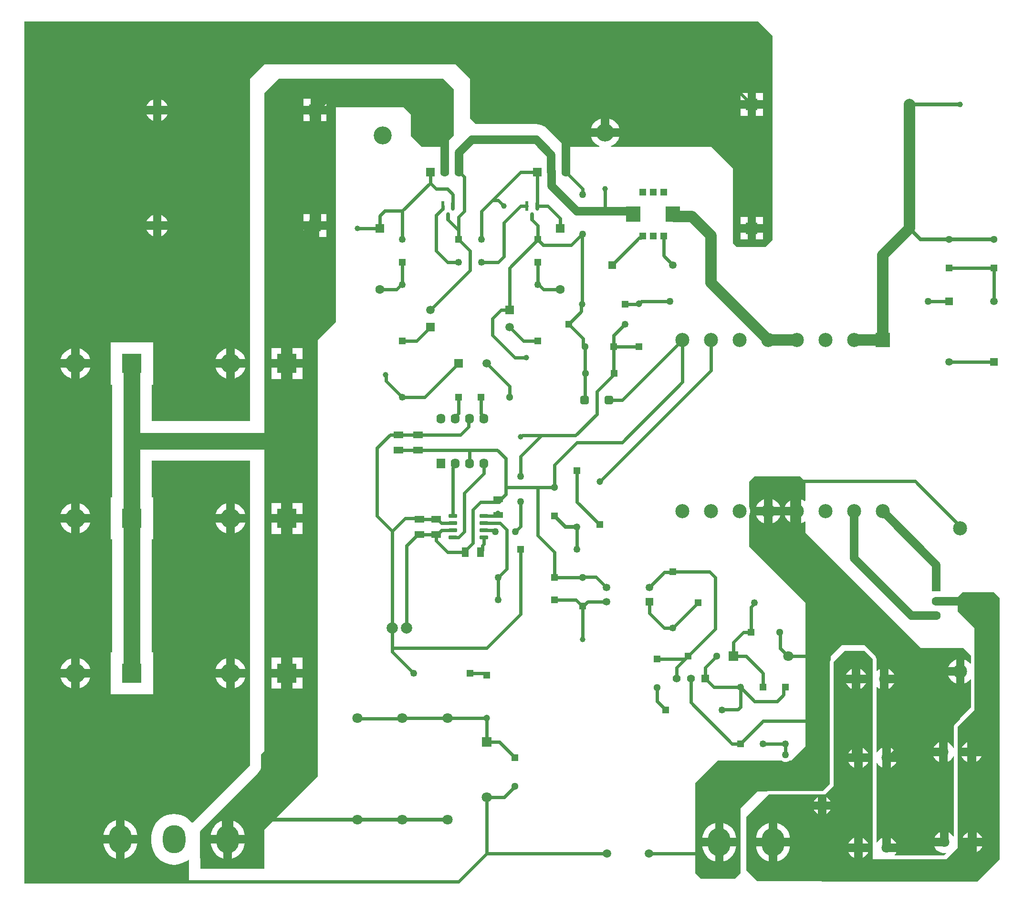
<source format=gbr>
G04*
G04 #@! TF.GenerationSoftware,Altium Limited,Altium Designer,23.6.0 (18)*
G04*
G04 Layer_Physical_Order=2*
G04 Layer_Color=16711680*
%FSLAX44Y44*%
%MOMM*%
G71*
G04*
G04 #@! TF.SameCoordinates,1F3C283D-9475-48EB-A570-AF6A427DC10D*
G04*
G04*
G04 #@! TF.FilePolarity,Positive*
G04*
G01*
G75*
%ADD21C,1.2500*%
%ADD22R,1.2500X1.2500*%
%ADD30R,1.6000X1.8000*%
%ADD31O,1.6000X1.8000*%
%ADD32R,1.2500X1.2500*%
%ADD33C,1.6000*%
%ADD34R,1.6000X1.6000*%
%ADD35R,1.3000X1.3000*%
%ADD36C,1.3000*%
%ADD41R,1.8000X1.8000*%
%ADD42C,1.8000*%
%ADD43R,1.3000X1.3000*%
%ADD44C,1.2000*%
%ADD45R,1.2000X1.2000*%
%ADD46R,1.3500X1.3500*%
%ADD47C,1.3500*%
%ADD48R,1.2000X1.2000*%
%ADD50R,1.8000X1.8000*%
%ADD52R,1.3500X1.3500*%
%ADD54C,0.6000*%
%ADD56C,2.5000*%
%ADD57R,1.6000X1.6000*%
%ADD58C,3.2000*%
G04:AMPARAMS|DCode=59|XSize=1.4mm|YSize=1.4mm|CornerRadius=0.049mm|HoleSize=0mm|Usage=FLASHONLY|Rotation=270.000|XOffset=0mm|YOffset=0mm|HoleType=Round|Shape=RoundedRectangle|*
%AMROUNDEDRECTD59*
21,1,1.4000,1.3020,0,0,270.0*
21,1,1.3020,1.4000,0,0,270.0*
1,1,0.0980,-0.6510,-0.6510*
1,1,0.0980,-0.6510,0.6510*
1,1,0.0980,0.6510,0.6510*
1,1,0.0980,0.6510,-0.6510*
%
%ADD59ROUNDEDRECTD59*%
%ADD60C,1.4000*%
%ADD61R,2.0000X2.0000*%
%ADD62C,2.0000*%
%ADD63C,3.5000*%
%ADD64R,3.5000X3.5000*%
%ADD65C,1.0000*%
%ADD66R,1.5000X1.5000*%
%ADD67C,1.5000*%
%ADD68R,1.5000X1.5000*%
%ADD69R,2.5000X2.5000*%
G04:AMPARAMS|DCode=70|XSize=1.524mm|YSize=1.524mm|CornerRadius=0.381mm|HoleSize=0mm|Usage=FLASHONLY|Rotation=0.000|XOffset=0mm|YOffset=0mm|HoleType=Round|Shape=RoundedRectangle|*
%AMROUNDEDRECTD70*
21,1,1.5240,0.7620,0,0,0.0*
21,1,0.7620,1.5240,0,0,0.0*
1,1,0.7620,0.3810,-0.3810*
1,1,0.7620,-0.3810,-0.3810*
1,1,0.7620,-0.3810,0.3810*
1,1,0.7620,0.3810,0.3810*
%
%ADD70ROUNDEDRECTD70*%
%ADD71O,4.0000X5.0000*%
%ADD72C,1.2700*%
G04:AMPARAMS|DCode=73|XSize=1.6587mm|YSize=0.6268mm|CornerRadius=0.3134mm|HoleSize=0mm|Usage=FLASHONLY|Rotation=270.000|XOffset=0mm|YOffset=0mm|HoleType=Round|Shape=RoundedRectangle|*
%AMROUNDEDRECTD73*
21,1,1.6587,0.0000,0,0,270.0*
21,1,1.0319,0.6268,0,0,270.0*
1,1,0.6268,0.0000,-0.5159*
1,1,0.6268,0.0000,0.5159*
1,1,0.6268,0.0000,0.5159*
1,1,0.6268,0.0000,-0.5159*
%
%ADD73ROUNDEDRECTD73*%
%ADD74R,0.6268X1.6587*%
%ADD75R,1.7000X1.0000*%
G04:AMPARAMS|DCode=76|XSize=0.6mm|YSize=1.45mm|CornerRadius=0.051mm|HoleSize=0mm|Usage=FLASHONLY|Rotation=90.000|XOffset=0mm|YOffset=0mm|HoleType=Round|Shape=RoundedRectangle|*
%AMROUNDEDRECTD76*
21,1,0.6000,1.3480,0,0,90.0*
21,1,0.4980,1.4500,0,0,90.0*
1,1,0.1020,0.6740,0.2490*
1,1,0.1020,0.6740,-0.2490*
1,1,0.1020,-0.6740,-0.2490*
1,1,0.1020,-0.6740,0.2490*
%
%ADD76ROUNDEDRECTD76*%
%ADD77R,1.7500X1.3000*%
%ADD78R,1.3000X1.7500*%
%ADD79R,1.2700X1.2800*%
%ADD80R,2.5500X2.8000*%
%ADD81C,0.7000*%
%ADD82C,2.0000*%
%ADD83C,1.5000*%
%ADD84C,3.0000*%
G36*
X1041400Y1676400D02*
X1041400Y1594761D01*
X1030894Y1584256D01*
X1028083Y1580964D01*
X1025822Y1577273D01*
X1024797Y1574800D01*
X984250D01*
X965200Y1593850D01*
Y1631950D01*
X952500Y1644650D01*
X831850D01*
Y1263650D01*
X800100Y1231900D01*
Y457200D01*
X704850Y361950D01*
Y293111D01*
X591597D01*
Y308513D01*
X591442Y310082D01*
X591349Y311657D01*
X591249Y312040D01*
X591211Y312434D01*
X590753Y313943D01*
X590550Y314720D01*
Y359170D01*
X591452Y359853D01*
X591715Y360149D01*
X592021Y360400D01*
X693661Y462039D01*
X696160Y465085D01*
X698017Y468559D01*
X699161Y472329D01*
X699547Y476250D01*
Y496347D01*
X704850Y501650D01*
Y1670050D01*
X730250Y1695450D01*
X1022350D01*
X1041400Y1676400D01*
D02*
G37*
G36*
X1606550Y1771650D02*
Y1409700D01*
X1593850Y1397000D01*
X1543050D01*
X1536700Y1403350D01*
Y1536700D01*
X1498600Y1574800D01*
X1320422D01*
X1320169Y1576070D01*
X1322316Y1576959D01*
X1326574Y1579805D01*
X1330195Y1583426D01*
X1333041Y1587684D01*
X1335001Y1592416D01*
X1335018Y1592500D01*
X1284982D01*
X1284999Y1592416D01*
X1286959Y1587684D01*
X1289805Y1583426D01*
X1293426Y1579805D01*
X1297684Y1576959D01*
X1299831Y1576070D01*
X1299578Y1574800D01*
X1238250D01*
X1237449Y1575601D01*
X1236767Y1576714D01*
X1233956Y1580006D01*
X1206956Y1607006D01*
X1203664Y1609817D01*
X1199973Y1612078D01*
X1195974Y1613735D01*
X1191765Y1614745D01*
X1187450Y1615085D01*
X1187450Y1615085D01*
X1079915D01*
X1070000Y1625000D01*
Y1695000D01*
X1045000Y1720850D01*
X705000D01*
X680000Y1695850D01*
X679450Y1695000D01*
Y1087608D01*
X505108D01*
Y1152500D01*
X507500D01*
Y1227500D01*
X432500D01*
Y1152500D01*
X434892D01*
Y1052500D01*
Y952500D01*
X432500D01*
Y877500D01*
X434892D01*
Y677500D01*
X432500D01*
Y602500D01*
X507500D01*
Y677500D01*
X505108D01*
Y877500D01*
X507500D01*
Y952500D01*
X505108D01*
Y1017392D01*
X679450D01*
Y476250D01*
X577811Y374611D01*
X576541Y374660D01*
X573372Y378372D01*
X568584Y382461D01*
X563216Y385751D01*
X557399Y388160D01*
X551277Y389630D01*
X545000Y390124D01*
X538723Y389630D01*
X532601Y388160D01*
X526784Y385751D01*
X521416Y382461D01*
X516628Y378372D01*
X512539Y373584D01*
X509249Y368216D01*
X506840Y362399D01*
X505370Y356277D01*
X504876Y350000D01*
Y340000D01*
X505370Y333723D01*
X506840Y327601D01*
X509249Y321784D01*
X512539Y316416D01*
X516628Y311628D01*
X521416Y307539D01*
X526784Y304249D01*
X532601Y301840D01*
X538723Y300370D01*
X545000Y299876D01*
X551277Y300370D01*
X557399Y301840D01*
X563216Y304249D01*
X568584Y307539D01*
X570347Y309045D01*
X571500Y308513D01*
Y266700D01*
X279400D01*
X279400Y1797050D01*
X1581150D01*
X1606550Y1771650D01*
D02*
G37*
G36*
X1655200Y990000D02*
X1665000Y980200D01*
Y946132D01*
X1663730Y945453D01*
X1660758Y947439D01*
X1657600Y948747D01*
Y927500D01*
Y906253D01*
X1660758Y907561D01*
X1663730Y909547D01*
X1665000Y908868D01*
Y890000D01*
X1745000Y810000D01*
X1870000Y685000D01*
X1945000D01*
X1958882Y671117D01*
Y657427D01*
X1957667Y657058D01*
X1957477Y657343D01*
X1954343Y660477D01*
X1950658Y662939D01*
X1947500Y664247D01*
Y643000D01*
Y621753D01*
X1950658Y623061D01*
X1954343Y625523D01*
X1957477Y628657D01*
X1957667Y628942D01*
X1958882Y628573D01*
Y578882D01*
X1940000Y560000D01*
Y558652D01*
X1930674Y549326D01*
X1929348Y547341D01*
X1928882Y545000D01*
Y507382D01*
X1927612Y507129D01*
X1926838Y509000D01*
X1924758Y512112D01*
X1922112Y514758D01*
X1919000Y516838D01*
X1917500Y517459D01*
Y500000D01*
Y482541D01*
X1919000Y483162D01*
X1922112Y485242D01*
X1924758Y487888D01*
X1926838Y491000D01*
X1927612Y492871D01*
X1928882Y492618D01*
Y350418D01*
X1927612Y350033D01*
X1926244Y352081D01*
X1923597Y354728D01*
X1920485Y356807D01*
X1918985Y357428D01*
Y339970D01*
X1911486D01*
Y332470D01*
X1894027D01*
X1894648Y330970D01*
X1896727Y327858D01*
X1899374Y325211D01*
X1902486Y323132D01*
X1905943Y321700D01*
X1909614Y320970D01*
X1913357D01*
X1914473Y321192D01*
X1915072Y320072D01*
X1911118Y316117D01*
X1823722D01*
X1823236Y317291D01*
X1823803Y317858D01*
X1825882Y320970D01*
X1826503Y322470D01*
X1809044D01*
Y329970D01*
X1801544D01*
Y347428D01*
X1800045Y346807D01*
X1796933Y344728D01*
X1794286Y342081D01*
X1792388Y339240D01*
X1791118Y339507D01*
Y480463D01*
X1792388Y480730D01*
X1794286Y477888D01*
X1796933Y475242D01*
X1800045Y473162D01*
X1801545Y472541D01*
Y490000D01*
Y507459D01*
X1800045Y506838D01*
X1796933Y504758D01*
X1794286Y502112D01*
X1792388Y499270D01*
X1791118Y499537D01*
Y615353D01*
X1792291Y615839D01*
X1792888Y615242D01*
X1796000Y613162D01*
X1797500Y612541D01*
Y630000D01*
Y647459D01*
X1796000Y646838D01*
X1792888Y644758D01*
X1792291Y644161D01*
X1791118Y644647D01*
Y665000D01*
X1790652Y667341D01*
X1790000Y668317D01*
Y670000D01*
X1770000Y690000D01*
X1730000Y690000D01*
X1710000Y670000D01*
Y663317D01*
X1709348Y662341D01*
X1708882Y660000D01*
Y443882D01*
X1696118Y431118D01*
X1600000D01*
X1597659Y430652D01*
X1596683Y430000D01*
X1580000D01*
X1550000Y400000D01*
Y285000D01*
X1540000Y275000D01*
X1480000D01*
X1470000Y285000D01*
X1470000Y445000D01*
X1510000Y485000D01*
X1622621D01*
X1625233Y483492D01*
X1628374Y482650D01*
X1631626D01*
X1634767Y483492D01*
X1637379Y485000D01*
X1640000D01*
X1665000Y510000D01*
Y765000D01*
X1655000Y775000D01*
X1565000Y865000D01*
Y918992D01*
X1566289Y922104D01*
X1567000Y925678D01*
Y929322D01*
X1566289Y932896D01*
X1565000Y936008D01*
Y980000D01*
X1575000Y990000D01*
X1655200Y990000D01*
D02*
G37*
G36*
X2010000Y774000D02*
Y310000D01*
X1985000Y285000D01*
X1970000Y270000D01*
X1785000D01*
X1605000Y271000D01*
X1579000D01*
X1560000Y290000D01*
Y385000D01*
X1600000Y425000D01*
X1700000D01*
X1715000Y440000D01*
Y660000D01*
X1735000Y680000D01*
X1770000D01*
X1785000Y665000D01*
Y310000D01*
X1915000D01*
X1935000Y330000D01*
Y545000D01*
X1965000Y575000D01*
Y720000D01*
X1935000Y750000D01*
Y775000D01*
X1944000Y784000D01*
X2000000D01*
X2010000Y774000D01*
D02*
G37*
%LPC*%
G36*
X815000Y1660000D02*
X802500D01*
Y1647500D01*
X815000D01*
Y1660000D01*
D02*
G37*
G36*
X787500D02*
X775000D01*
Y1647500D01*
X787500D01*
Y1660000D01*
D02*
G37*
G36*
X815000Y1632500D02*
X802500D01*
Y1620000D01*
X815000D01*
Y1632500D01*
D02*
G37*
G36*
X787500D02*
X775000D01*
Y1620000D01*
X787500D01*
Y1632500D01*
D02*
G37*
G36*
X815000Y1455000D02*
X802500D01*
Y1442500D01*
X815000D01*
Y1455000D01*
D02*
G37*
G36*
X787500D02*
X775000D01*
Y1442500D01*
X787500D01*
Y1455000D01*
D02*
G37*
G36*
X815000Y1427500D02*
X802500D01*
Y1415000D01*
X815000D01*
Y1427500D01*
D02*
G37*
G36*
X787500D02*
X775000D01*
Y1415000D01*
X787500D01*
Y1427500D01*
D02*
G37*
G36*
X772500Y1217500D02*
X752500D01*
Y1197500D01*
X772500D01*
Y1217500D01*
D02*
G37*
G36*
X737500D02*
X717500D01*
Y1197500D01*
X737500D01*
Y1217500D01*
D02*
G37*
G36*
X772500Y1182500D02*
X752500D01*
Y1162500D01*
X772500D01*
Y1182500D01*
D02*
G37*
G36*
X737500D02*
X717500D01*
Y1162500D01*
X737500D01*
Y1182500D01*
D02*
G37*
G36*
X772500Y942500D02*
X752500D01*
Y922500D01*
X772500D01*
Y942500D01*
D02*
G37*
G36*
X737500D02*
X717500D01*
Y922500D01*
X737500D01*
Y942500D01*
D02*
G37*
G36*
X772500Y907500D02*
X752500D01*
Y887500D01*
X772500D01*
Y907500D01*
D02*
G37*
G36*
X737500D02*
X717500D01*
Y887500D01*
X737500D01*
Y907500D01*
D02*
G37*
G36*
X772500Y667500D02*
X752500D01*
Y647500D01*
X772500D01*
Y667500D01*
D02*
G37*
G36*
X737500D02*
X717500D01*
Y647500D01*
X737500D01*
Y667500D01*
D02*
G37*
G36*
X772500Y632500D02*
X752500D01*
Y612500D01*
X772500D01*
Y632500D01*
D02*
G37*
G36*
X737500D02*
X717500D01*
Y612500D01*
X737500D01*
Y632500D01*
D02*
G37*
G36*
X647755Y379052D02*
Y352500D01*
X670151D01*
X669977Y354707D01*
X668875Y359299D01*
X667068Y363662D01*
X664601Y367688D01*
X661534Y371279D01*
X657943Y374346D01*
X653917Y376813D01*
X649554Y378620D01*
X647755Y379052D01*
D02*
G37*
G36*
X632755D02*
X630956Y378620D01*
X626593Y376813D01*
X622567Y374346D01*
X618976Y371279D01*
X615910Y367688D01*
X613442Y363662D01*
X611635Y359299D01*
X610533Y354707D01*
X610359Y352500D01*
X632755D01*
Y379052D01*
D02*
G37*
G36*
X670151Y337500D02*
X647755D01*
Y310948D01*
X649554Y311380D01*
X653917Y313187D01*
X657943Y315654D01*
X661534Y318721D01*
X664601Y322312D01*
X667068Y326338D01*
X668875Y330701D01*
X669977Y335292D01*
X670151Y337500D01*
D02*
G37*
G36*
X632755D02*
X610359D01*
X610533Y335292D01*
X611635Y330701D01*
X613442Y326338D01*
X615910Y322312D01*
X618976Y318721D01*
X622567Y315654D01*
X626593Y313187D01*
X630956Y311380D01*
X632755Y310948D01*
Y337500D01*
D02*
G37*
G36*
X1590000Y1670000D02*
X1577500D01*
Y1657500D01*
X1590000D01*
Y1670000D01*
D02*
G37*
G36*
X1562500D02*
X1550000D01*
Y1657500D01*
X1562500D01*
Y1670000D01*
D02*
G37*
G36*
X522500Y1658541D02*
Y1647500D01*
X533541D01*
X532724Y1649474D01*
X530535Y1652749D01*
X527749Y1655535D01*
X524474Y1657724D01*
X522500Y1658541D01*
D02*
G37*
G36*
X507500Y1658541D02*
X505526Y1657724D01*
X502251Y1655535D01*
X499465Y1652749D01*
X497276Y1649474D01*
X496459Y1647500D01*
X507500D01*
Y1658541D01*
D02*
G37*
G36*
X1590000Y1642500D02*
X1577500D01*
Y1630000D01*
X1590000D01*
Y1642500D01*
D02*
G37*
G36*
X1562500D02*
X1550000D01*
Y1630000D01*
X1562500D01*
Y1642500D01*
D02*
G37*
G36*
X533541Y1632500D02*
X522500D01*
Y1621459D01*
X524474Y1622276D01*
X527749Y1624465D01*
X530535Y1627251D01*
X532724Y1630526D01*
X533541Y1632500D01*
D02*
G37*
G36*
X507500D02*
X496459D01*
X497276Y1630526D01*
X499465Y1627251D01*
X502251Y1624465D01*
X505526Y1622276D01*
X507500Y1621459D01*
Y1632500D01*
D02*
G37*
G36*
X1317500Y1625018D02*
Y1607500D01*
X1335018D01*
X1335001Y1607584D01*
X1333041Y1612316D01*
X1330195Y1616574D01*
X1326574Y1620195D01*
X1322316Y1623041D01*
X1317584Y1625001D01*
X1317500Y1625018D01*
D02*
G37*
G36*
X1302500D02*
X1302416Y1625001D01*
X1297684Y1623041D01*
X1293426Y1620195D01*
X1289805Y1616574D01*
X1286959Y1612316D01*
X1284999Y1607584D01*
X1284982Y1607500D01*
X1302500D01*
Y1625018D01*
D02*
G37*
G36*
X522500Y1453541D02*
Y1442500D01*
X533541D01*
X532724Y1444474D01*
X530535Y1447749D01*
X527749Y1450535D01*
X524474Y1452724D01*
X522500Y1453541D01*
D02*
G37*
G36*
X507500Y1453541D02*
X505526Y1452724D01*
X502251Y1450535D01*
X499465Y1447749D01*
X497276Y1444474D01*
X496459Y1442500D01*
X507500D01*
Y1453541D01*
D02*
G37*
G36*
X1590000Y1450000D02*
X1577500D01*
Y1437500D01*
X1590000D01*
Y1450000D01*
D02*
G37*
G36*
X1562500D02*
X1550000D01*
Y1437500D01*
X1562500D01*
Y1450000D01*
D02*
G37*
G36*
X533541Y1427500D02*
X522500D01*
Y1416459D01*
X524474Y1417276D01*
X527749Y1419465D01*
X530535Y1422251D01*
X532724Y1425526D01*
X533541Y1427500D01*
D02*
G37*
G36*
X507500D02*
X496459D01*
X497276Y1425526D01*
X499465Y1422251D01*
X502251Y1419465D01*
X505526Y1417276D01*
X507500Y1416459D01*
Y1427500D01*
D02*
G37*
G36*
X1590000Y1422500D02*
X1577500D01*
Y1410000D01*
X1590000D01*
Y1422500D01*
D02*
G37*
G36*
X1562500D02*
X1550000D01*
Y1410000D01*
X1562500D01*
Y1422500D01*
D02*
G37*
G36*
X377500Y1216478D02*
Y1197500D01*
X396478D01*
X395485Y1200556D01*
X393520Y1204413D01*
X390976Y1207915D01*
X387915Y1210976D01*
X384413Y1213520D01*
X380556Y1215485D01*
X377500Y1216478D01*
D02*
G37*
G36*
X652500D02*
Y1197500D01*
X671478D01*
X670485Y1200556D01*
X668520Y1204413D01*
X665976Y1207915D01*
X662915Y1210976D01*
X659413Y1213520D01*
X655556Y1215485D01*
X652500Y1216478D01*
D02*
G37*
G36*
X637500Y1216478D02*
X634444Y1215485D01*
X630587Y1213520D01*
X627085Y1210976D01*
X624024Y1207915D01*
X621480Y1204413D01*
X619515Y1200556D01*
X618522Y1197500D01*
X637500D01*
Y1216478D01*
D02*
G37*
G36*
X362500D02*
X359444Y1215485D01*
X355587Y1213520D01*
X352085Y1210976D01*
X349024Y1207915D01*
X346480Y1204413D01*
X344515Y1200556D01*
X343522Y1197500D01*
X362500D01*
Y1216478D01*
D02*
G37*
G36*
X637500Y1182500D02*
X618522D01*
X619515Y1179444D01*
X621480Y1175587D01*
X624024Y1172085D01*
X627085Y1169024D01*
X630587Y1166480D01*
X634444Y1164515D01*
X637500Y1163522D01*
Y1182500D01*
D02*
G37*
G36*
X396478D02*
X377500D01*
Y1163522D01*
X380556Y1164515D01*
X384413Y1166480D01*
X387915Y1169024D01*
X390976Y1172085D01*
X393520Y1175587D01*
X395485Y1179444D01*
X396478Y1182500D01*
D02*
G37*
G36*
X362500D02*
X343522D01*
X344515Y1179444D01*
X346480Y1175587D01*
X349024Y1172085D01*
X352085Y1169024D01*
X355587Y1166480D01*
X359444Y1164515D01*
X362500Y1163522D01*
Y1182500D01*
D02*
G37*
G36*
X671478D02*
X652500D01*
Y1163522D01*
X655556Y1164515D01*
X659413Y1166480D01*
X662915Y1169024D01*
X665976Y1172085D01*
X668520Y1175587D01*
X670485Y1179444D01*
X671478Y1182500D01*
D02*
G37*
G36*
X377500Y941478D02*
Y922500D01*
X396478D01*
X395485Y925556D01*
X393520Y929413D01*
X390976Y932915D01*
X387915Y935976D01*
X384413Y938520D01*
X380556Y940485D01*
X377500Y941478D01*
D02*
G37*
G36*
X652500D02*
Y922500D01*
X671478D01*
X670485Y925556D01*
X668520Y929413D01*
X665976Y932915D01*
X662915Y935976D01*
X659413Y938520D01*
X655556Y940485D01*
X652500Y941478D01*
D02*
G37*
G36*
X637500Y941478D02*
X634444Y940485D01*
X630587Y938520D01*
X627085Y935976D01*
X624024Y932915D01*
X621480Y929413D01*
X619515Y925556D01*
X618522Y922500D01*
X637500D01*
Y941478D01*
D02*
G37*
G36*
X362500D02*
X359444Y940485D01*
X355587Y938520D01*
X352085Y935976D01*
X349024Y932915D01*
X346480Y929413D01*
X344515Y925556D01*
X343522Y922500D01*
X362500D01*
Y941478D01*
D02*
G37*
G36*
X637500Y907500D02*
X618522D01*
X619515Y904444D01*
X621480Y900587D01*
X624024Y897085D01*
X627085Y894024D01*
X630587Y891480D01*
X634444Y889515D01*
X637500Y888522D01*
Y907500D01*
D02*
G37*
G36*
X396478D02*
X377500D01*
Y888522D01*
X380556Y889515D01*
X384413Y891480D01*
X387915Y894024D01*
X390976Y897085D01*
X393520Y900587D01*
X395485Y904444D01*
X396478Y907500D01*
D02*
G37*
G36*
X362500D02*
X343522D01*
X344515Y904444D01*
X346480Y900587D01*
X349024Y897085D01*
X352085Y894024D01*
X355587Y891480D01*
X359444Y889515D01*
X362500Y888522D01*
Y907500D01*
D02*
G37*
G36*
X671478D02*
X652500D01*
Y888522D01*
X655556Y889515D01*
X659413Y891480D01*
X662915Y894024D01*
X665976Y897085D01*
X668520Y900587D01*
X670485Y904444D01*
X671478Y907500D01*
D02*
G37*
G36*
X377500Y666478D02*
Y647500D01*
X396478D01*
X395485Y650556D01*
X393520Y654413D01*
X390976Y657915D01*
X387915Y660976D01*
X384413Y663520D01*
X380556Y665485D01*
X377500Y666478D01*
D02*
G37*
G36*
X652500D02*
Y647500D01*
X671478D01*
X670485Y650556D01*
X668520Y654413D01*
X665976Y657915D01*
X662915Y660976D01*
X659413Y663520D01*
X655556Y665485D01*
X652500Y666478D01*
D02*
G37*
G36*
X637500Y666478D02*
X634444Y665485D01*
X630587Y663520D01*
X627085Y660976D01*
X624024Y657915D01*
X621480Y654413D01*
X619515Y650556D01*
X618522Y647500D01*
X637500D01*
Y666478D01*
D02*
G37*
G36*
X362500D02*
X359444Y665485D01*
X355587Y663520D01*
X352085Y660976D01*
X349024Y657915D01*
X346480Y654413D01*
X344515Y650556D01*
X343522Y647500D01*
X362500D01*
Y666478D01*
D02*
G37*
G36*
X637500Y632500D02*
X618522D01*
X619515Y629444D01*
X621480Y625587D01*
X624024Y622085D01*
X627085Y619024D01*
X630587Y616480D01*
X634444Y614515D01*
X637500Y613522D01*
Y632500D01*
D02*
G37*
G36*
X396478D02*
X377500D01*
Y613522D01*
X380556Y614515D01*
X384413Y616480D01*
X387915Y619024D01*
X390976Y622085D01*
X393520Y625587D01*
X395485Y629444D01*
X396478Y632500D01*
D02*
G37*
G36*
X362500D02*
X343522D01*
X344515Y629444D01*
X346480Y625587D01*
X349024Y622085D01*
X352085Y619024D01*
X355587Y616480D01*
X359444Y614515D01*
X362500Y613522D01*
Y632500D01*
D02*
G37*
G36*
X671478D02*
X652500D01*
Y613522D01*
X655556Y614515D01*
X659413Y616480D01*
X662915Y619024D01*
X665976Y622085D01*
X668520Y625587D01*
X670485Y629444D01*
X671478Y632500D01*
D02*
G37*
G36*
X457250Y379052D02*
Y352500D01*
X479646D01*
X479472Y354707D01*
X478370Y359299D01*
X476563Y363662D01*
X474095Y367688D01*
X471029Y371279D01*
X467438Y374346D01*
X463412Y376813D01*
X459049Y378620D01*
X457250Y379052D01*
D02*
G37*
G36*
X442250Y379052D02*
X440451Y378620D01*
X436088Y376813D01*
X432062Y374346D01*
X428471Y371279D01*
X425405Y367688D01*
X422937Y363662D01*
X421130Y359299D01*
X420028Y354707D01*
X419854Y352500D01*
X442250D01*
Y379052D01*
D02*
G37*
G36*
Y337500D02*
X419854D01*
X420028Y335292D01*
X421130Y330701D01*
X422937Y326338D01*
X425405Y322312D01*
X428471Y318721D01*
X432062Y315654D01*
X436088Y313187D01*
X440451Y311380D01*
X442250Y310948D01*
Y337500D01*
D02*
G37*
G36*
X479646D02*
X457250D01*
Y310948D01*
X459049Y311380D01*
X463412Y313187D01*
X467438Y315654D01*
X471029Y318721D01*
X474095Y322312D01*
X476563Y326338D01*
X478370Y330701D01*
X479472Y335292D01*
X479646Y337500D01*
D02*
G37*
G36*
X1606800Y948747D02*
Y935000D01*
X1620547D01*
X1619239Y938158D01*
X1616777Y941843D01*
X1613643Y944977D01*
X1609958Y947439D01*
X1606800Y948747D01*
D02*
G37*
G36*
X1591800Y948747D02*
X1588642Y947439D01*
X1584957Y944977D01*
X1581823Y941843D01*
X1579361Y938158D01*
X1578053Y935000D01*
X1591800D01*
Y948747D01*
D02*
G37*
G36*
X1642600D02*
X1639442Y947439D01*
X1635757Y944977D01*
X1632623Y941843D01*
X1630161Y938158D01*
X1628853Y935000D01*
X1642600D01*
Y948747D01*
D02*
G37*
G36*
X1620547Y920000D02*
X1606800D01*
Y906253D01*
X1609958Y907561D01*
X1613643Y910023D01*
X1616777Y913157D01*
X1619239Y916842D01*
X1620547Y920000D01*
D02*
G37*
G36*
X1642600D02*
X1628853D01*
X1630161Y916842D01*
X1632623Y913157D01*
X1635757Y910023D01*
X1639442Y907561D01*
X1642600Y906253D01*
Y920000D01*
D02*
G37*
G36*
X1591800D02*
X1578053D01*
X1579361Y916842D01*
X1581823Y913157D01*
X1584957Y910023D01*
X1588642Y907561D01*
X1591800Y906253D01*
Y920000D01*
D02*
G37*
G36*
X1932500Y664247D02*
X1929342Y662939D01*
X1925657Y660477D01*
X1922523Y657343D01*
X1920061Y653658D01*
X1918753Y650500D01*
X1932500D01*
Y664247D01*
D02*
G37*
G36*
X1812500Y647459D02*
Y637500D01*
X1822459D01*
X1821838Y639000D01*
X1819758Y642112D01*
X1817112Y644758D01*
X1814000Y646838D01*
X1812500Y647459D01*
D02*
G37*
G36*
X1932500Y635500D02*
X1918753D01*
X1920061Y632342D01*
X1922523Y628657D01*
X1925657Y625523D01*
X1929342Y623061D01*
X1932500Y621753D01*
Y635500D01*
D02*
G37*
G36*
X1822459Y622500D02*
X1812500D01*
Y612541D01*
X1814000Y613162D01*
X1817112Y615242D01*
X1819758Y617888D01*
X1821838Y621000D01*
X1822459Y622500D01*
D02*
G37*
G36*
X1902500Y517459D02*
X1901000Y516838D01*
X1897888Y514758D01*
X1895242Y512112D01*
X1893163Y509000D01*
X1892541Y507500D01*
X1902500D01*
Y517459D01*
D02*
G37*
G36*
X1816545Y507459D02*
Y497500D01*
X1826503D01*
X1825882Y499000D01*
X1823803Y502112D01*
X1821156Y504758D01*
X1818044Y506838D01*
X1816545Y507459D01*
D02*
G37*
G36*
X1902500Y492500D02*
X1892541D01*
X1893163Y491000D01*
X1895242Y487888D01*
X1897888Y485242D01*
X1901000Y483162D01*
X1902500Y482541D01*
Y492500D01*
D02*
G37*
G36*
X1826503Y482500D02*
X1816545D01*
Y472541D01*
X1818044Y473162D01*
X1821156Y475242D01*
X1823803Y477888D01*
X1825882Y481000D01*
X1826503Y482500D01*
D02*
G37*
G36*
X1519875Y374052D02*
Y347500D01*
X1542271D01*
X1542097Y349708D01*
X1540995Y354299D01*
X1539188Y358662D01*
X1536720Y362688D01*
X1533654Y366279D01*
X1530063Y369346D01*
X1526037Y371813D01*
X1521674Y373620D01*
X1519875Y374052D01*
D02*
G37*
G36*
X1504875Y374052D02*
X1503076Y373620D01*
X1498713Y371813D01*
X1494687Y369346D01*
X1491096Y366279D01*
X1488029Y362688D01*
X1485562Y358662D01*
X1483755Y354299D01*
X1482653Y349708D01*
X1482479Y347500D01*
X1504875D01*
Y374052D01*
D02*
G37*
G36*
X1903986Y357428D02*
X1902486Y356807D01*
X1899374Y354728D01*
X1896727Y352081D01*
X1894648Y348969D01*
X1894027Y347470D01*
X1903986D01*
Y357428D01*
D02*
G37*
G36*
X1816544Y347428D02*
Y337470D01*
X1826503D01*
X1825882Y338969D01*
X1823803Y342081D01*
X1821156Y344728D01*
X1818044Y346807D01*
X1816544Y347428D01*
D02*
G37*
G36*
X1542271Y332500D02*
X1519875D01*
Y305948D01*
X1521674Y306380D01*
X1526037Y308187D01*
X1530063Y310654D01*
X1533654Y313721D01*
X1536720Y317312D01*
X1539188Y321338D01*
X1540995Y325701D01*
X1542097Y330293D01*
X1542271Y332500D01*
D02*
G37*
G36*
X1504875D02*
X1482479D01*
X1482653Y330293D01*
X1483755Y325701D01*
X1485562Y321338D01*
X1488029Y317312D01*
X1491096Y313721D01*
X1494687Y310654D01*
X1498713Y308187D01*
X1503076Y306380D01*
X1504875Y305948D01*
Y332500D01*
D02*
G37*
G36*
X1762500Y647459D02*
Y637500D01*
X1772459D01*
X1771838Y639000D01*
X1769758Y642112D01*
X1767112Y644758D01*
X1764000Y646838D01*
X1762500Y647459D01*
D02*
G37*
G36*
X1747500D02*
X1746000Y646838D01*
X1742888Y644758D01*
X1740242Y642112D01*
X1738162Y639000D01*
X1737541Y637500D01*
X1747500D01*
Y647459D01*
D02*
G37*
G36*
X1772459Y622500D02*
X1762500D01*
Y612541D01*
X1764000Y613162D01*
X1767112Y615242D01*
X1769758Y617888D01*
X1771838Y621000D01*
X1772459Y622500D01*
D02*
G37*
G36*
X1747500D02*
X1737541D01*
X1738162Y621000D01*
X1740242Y617888D01*
X1742888Y615242D01*
X1746000Y613162D01*
X1747500Y612541D01*
Y622500D01*
D02*
G37*
G36*
X1967500Y517459D02*
Y507500D01*
X1977459D01*
X1976838Y509000D01*
X1974758Y512112D01*
X1972112Y514758D01*
X1969000Y516838D01*
X1967500Y517459D01*
D02*
G37*
G36*
X1952500Y517459D02*
X1951000Y516838D01*
X1947888Y514758D01*
X1945242Y512112D01*
X1943163Y509000D01*
X1942541Y507500D01*
X1952500D01*
Y517459D01*
D02*
G37*
G36*
X1766545Y507459D02*
Y497500D01*
X1776503D01*
X1775882Y499000D01*
X1773803Y502112D01*
X1771156Y504758D01*
X1768044Y506838D01*
X1766545Y507459D01*
D02*
G37*
G36*
X1751545D02*
X1750045Y506838D01*
X1746933Y504758D01*
X1744286Y502112D01*
X1742207Y499000D01*
X1741586Y497500D01*
X1751545D01*
Y507459D01*
D02*
G37*
G36*
X1952500Y492500D02*
X1942541D01*
X1943163Y491000D01*
X1945242Y487888D01*
X1947888Y485242D01*
X1951000Y483162D01*
X1952500Y482541D01*
Y492500D01*
D02*
G37*
G36*
X1977459D02*
X1967500D01*
Y482541D01*
X1969000Y483162D01*
X1972112Y485242D01*
X1974758Y487888D01*
X1976838Y491000D01*
X1977459Y492500D01*
D02*
G37*
G36*
X1776503Y482500D02*
X1766545D01*
Y472541D01*
X1768044Y473162D01*
X1771156Y475242D01*
X1773803Y477888D01*
X1775882Y481000D01*
X1776503Y482500D01*
D02*
G37*
G36*
X1751545D02*
X1741586D01*
X1742207Y481000D01*
X1744286Y477888D01*
X1746933Y475242D01*
X1750045Y473162D01*
X1751545Y472541D01*
Y482500D01*
D02*
G37*
G36*
X1702500Y419591D02*
Y412500D01*
X1709590D01*
X1709489Y412745D01*
X1707700Y415423D01*
X1705423Y417700D01*
X1702745Y419489D01*
X1702500Y419591D01*
D02*
G37*
G36*
X1687500D02*
X1687255Y419489D01*
X1684577Y417700D01*
X1682300Y415423D01*
X1680511Y412745D01*
X1680409Y412500D01*
X1687500D01*
Y419591D01*
D02*
G37*
G36*
X1709590Y397500D02*
X1702500D01*
Y390410D01*
X1702745Y390511D01*
X1705423Y392300D01*
X1707700Y394577D01*
X1709489Y397255D01*
X1709590Y397500D01*
D02*
G37*
G36*
X1687500D02*
X1680409D01*
X1680511Y397255D01*
X1682300Y394577D01*
X1684577Y392300D01*
X1687255Y390511D01*
X1687500Y390410D01*
Y397500D01*
D02*
G37*
G36*
X1615125Y374052D02*
Y347500D01*
X1637521D01*
X1637347Y349708D01*
X1636245Y354299D01*
X1634438Y358662D01*
X1631971Y362688D01*
X1628904Y366279D01*
X1625313Y369346D01*
X1621287Y371813D01*
X1616924Y373620D01*
X1615125Y374052D01*
D02*
G37*
G36*
X1600125D02*
X1598326Y373620D01*
X1593963Y371813D01*
X1589937Y369346D01*
X1586346Y366279D01*
X1583280Y362688D01*
X1580812Y358662D01*
X1579005Y354299D01*
X1577903Y349708D01*
X1577729Y347500D01*
X1600125D01*
Y374052D01*
D02*
G37*
G36*
X1968985Y357428D02*
Y347470D01*
X1978944D01*
X1978323Y348969D01*
X1976244Y352081D01*
X1973597Y354728D01*
X1970485Y356807D01*
X1968985Y357428D01*
D02*
G37*
G36*
X1953986Y357428D02*
X1952486Y356807D01*
X1949374Y354728D01*
X1946727Y352081D01*
X1944648Y348969D01*
X1944027Y347470D01*
X1953986D01*
Y357428D01*
D02*
G37*
G36*
X1766544Y347428D02*
Y337470D01*
X1776503D01*
X1775882Y338969D01*
X1773803Y342081D01*
X1771156Y344728D01*
X1768044Y346807D01*
X1766544Y347428D01*
D02*
G37*
G36*
X1751544D02*
X1750045Y346807D01*
X1746933Y344728D01*
X1744286Y342081D01*
X1742207Y338969D01*
X1741586Y337470D01*
X1751544D01*
Y347428D01*
D02*
G37*
G36*
X1978944Y332470D02*
X1968985D01*
Y322511D01*
X1970485Y323132D01*
X1973597Y325211D01*
X1976244Y327858D01*
X1978323Y330970D01*
X1978944Y332470D01*
D02*
G37*
G36*
X1953986D02*
X1944027D01*
X1944648Y330970D01*
X1946727Y327858D01*
X1949374Y325211D01*
X1952486Y323132D01*
X1953986Y322511D01*
Y332470D01*
D02*
G37*
G36*
X1776503Y322470D02*
X1766544D01*
Y312511D01*
X1768044Y313132D01*
X1771156Y315211D01*
X1773803Y317858D01*
X1775882Y320970D01*
X1776503Y322470D01*
D02*
G37*
G36*
X1751544D02*
X1741586D01*
X1742207Y320970D01*
X1744286Y317858D01*
X1746933Y315211D01*
X1750045Y313132D01*
X1751544Y312511D01*
Y322470D01*
D02*
G37*
G36*
X1637521Y332500D02*
X1615125D01*
Y305948D01*
X1616924Y306380D01*
X1621287Y308187D01*
X1625313Y310654D01*
X1628904Y313721D01*
X1631971Y317312D01*
X1634438Y321338D01*
X1636245Y325701D01*
X1637347Y330293D01*
X1637521Y332500D01*
D02*
G37*
G36*
X1600125D02*
X1577729D01*
X1577903Y330293D01*
X1579005Y325701D01*
X1580812Y321338D01*
X1583280Y317312D01*
X1586346Y313721D01*
X1589937Y310654D01*
X1593963Y308187D01*
X1598326Y306380D01*
X1600125Y305948D01*
Y332500D01*
D02*
G37*
%LPD*%
D21*
X1550000Y615000D02*
D03*
X1517500Y575000D02*
D03*
X950000Y1330000D02*
D03*
X1050000Y1370000D02*
D03*
X1430000Y720000D02*
D03*
X970000Y640000D02*
D03*
X1120000Y810000D02*
D03*
Y770000D02*
D03*
X1260000Y860000D02*
D03*
X1345000Y1260000D02*
D03*
X1190000Y1330000D02*
D03*
X1090000Y1410000D02*
D03*
Y1370000D02*
D03*
X1260000Y900000D02*
D03*
X950000Y1130000D02*
D03*
X1590000Y515000D02*
D03*
X1630000Y515000D02*
D03*
X1575000Y765000D02*
D03*
X950000Y1410000D02*
D03*
D22*
X1550000Y515000D02*
D03*
X950000Y1230000D02*
D03*
X1430000Y820000D02*
D03*
X1190000Y1230000D02*
D03*
X1260000Y1000000D02*
D03*
X1590000Y615000D02*
D03*
X1630000Y615000D02*
D03*
D30*
X1018600Y1012600D02*
D03*
D31*
X1044000D02*
D03*
X1069400D02*
D03*
X1094800D02*
D03*
Y1092000D02*
D03*
X1069400D02*
D03*
X1044000D02*
D03*
X1018600D02*
D03*
D32*
X1417500Y575000D02*
D03*
X950000Y1370000D02*
D03*
X1070000Y640000D02*
D03*
X1220000Y810000D02*
D03*
Y770000D02*
D03*
X1160000Y860000D02*
D03*
X1245000Y1260000D02*
D03*
X1190000Y1410000D02*
D03*
Y1370000D02*
D03*
X1050000Y1130000D02*
D03*
X1475000Y765000D02*
D03*
X1050000Y1410000D02*
D03*
D33*
X1897500Y767500D02*
D03*
Y742100D02*
D03*
X1050400Y1530000D02*
D03*
X1025000D02*
D03*
X1214600Y1530000D02*
D03*
X1240000D02*
D03*
X910000Y1321140D02*
D03*
X1230000D02*
D03*
D34*
X999600Y1530000D02*
D03*
X1189200Y1530000D02*
D03*
X910000Y1430000D02*
D03*
X1230000D02*
D03*
D35*
X1089200Y1130000D02*
D03*
X1569200Y712500D02*
D03*
X1325800Y1172500D02*
D03*
X1325000Y1220000D02*
D03*
X1456905Y670185D02*
D03*
D36*
X1140000Y1130000D02*
D03*
X1620000Y712500D02*
D03*
X1150000Y439200D02*
D03*
X1270000Y810000D02*
D03*
X1275000Y1172500D02*
D03*
X1274200Y1220000D02*
D03*
X1220000Y970000D02*
D03*
X1401905Y614385D02*
D03*
X1507705Y670185D02*
D03*
X2000000Y1410800D02*
D03*
X1920000D02*
D03*
D41*
X1100000Y517760D02*
D03*
D42*
X1030000Y560000D02*
D03*
Y380000D02*
D03*
X950000D02*
D03*
Y560000D02*
D03*
X870000D02*
D03*
Y380000D02*
D03*
X1960000Y500000D02*
D03*
X1910000D02*
D03*
X1809044Y329970D02*
D03*
X1759044D02*
D03*
X1755000Y630000D02*
D03*
X1805000D02*
D03*
X1911485Y339970D02*
D03*
X1961485D02*
D03*
X1759045Y490000D02*
D03*
X1809045D02*
D03*
X1100000Y420000D02*
D03*
X1635000Y670000D02*
D03*
D43*
X1150000Y490000D02*
D03*
X1270000Y759200D02*
D03*
X1220000Y919200D02*
D03*
X1401905Y665185D02*
D03*
X2000000Y1360000D02*
D03*
X1920000D02*
D03*
D44*
X1100000Y560000D02*
D03*
X1370000Y1296260D02*
D03*
X1268740Y1295000D02*
D03*
X1300000Y980000D02*
D03*
D45*
X1100000Y636260D02*
D03*
X1370000Y1220000D02*
D03*
X1300000Y903740D02*
D03*
D46*
X1388100Y767300D02*
D03*
X1322500Y1365000D02*
D03*
D47*
X1388100Y792700D02*
D03*
X1311900D02*
D03*
Y767300D02*
D03*
X1430000Y1365000D02*
D03*
X1920000Y1192500D02*
D03*
X2000000Y1300000D02*
D03*
D48*
X1345000Y1295000D02*
D03*
D50*
X1537240Y670000D02*
D03*
D52*
X1920000Y1300000D02*
D03*
X2000000Y1192500D02*
D03*
D54*
X1369370Y1295630D02*
X1370000Y1296260D01*
X1345630Y1295630D02*
X1369370D01*
X1345000Y1295000D02*
X1345630Y1295630D01*
X1370000Y1296260D02*
X1373740Y1300000D01*
X1300000Y980000D02*
X1497500Y1177500D01*
Y1230000D01*
X1340000Y1050000D02*
X1446900Y1156900D01*
X1316470Y1125000D02*
X1340400D01*
X1446900Y1156900D02*
Y1231500D01*
X1340400Y1125000D02*
X1446900Y1231500D01*
X1373740Y1300000D02*
X1425000D01*
X1882500D02*
X1920000D01*
X1413500Y1381500D02*
Y1415900D01*
Y1381500D02*
X1430000Y1365000D01*
X1322500D02*
X1370000Y1412500D01*
X1373150D01*
X1376500Y1415850D01*
Y1415900D01*
X1220400Y810400D02*
X1269600D01*
X1190000Y885000D02*
X1220000Y855000D01*
Y810000D02*
Y855000D01*
Y810000D02*
X1220400Y810400D01*
X1190000Y885000D02*
Y970000D01*
X1133188D02*
X1190000D01*
X1220000D01*
X1133188D02*
Y1021812D01*
X1068500Y1036500D02*
X1118500D01*
X1133188Y1021812D01*
X1069400Y1012600D02*
Y1035600D01*
X1068500Y1036500D02*
X1069400Y1035600D01*
X978000Y1036500D02*
X1068500D01*
X943188Y1036500D02*
X943188Y1036500D01*
X978000D01*
X978000Y1036500D01*
X957700Y720000D02*
Y866450D01*
X977750Y886500D01*
X980000D01*
X1089000Y944000D02*
X1120000D01*
X1075000Y930000D02*
X1089000Y944000D01*
X1061500Y855000D02*
Y857250D01*
X1075000Y870750D01*
Y930000D01*
X1133188Y957188D02*
Y970000D01*
X1120000Y944000D02*
X1121750D01*
X1123750Y946000D01*
Y947750D01*
X1133188Y957188D01*
X1010000Y875000D02*
Y886500D01*
X1030000Y855000D02*
X1061500D01*
X1010000Y875000D02*
X1030000Y855000D01*
X1019400Y893650D02*
X1039750D01*
X1012250Y886500D02*
X1019400Y893650D01*
X1010000Y886500D02*
X1012250D01*
X980000D02*
X1010000D01*
X1269600Y810400D02*
X1270000Y810800D01*
X1293800D02*
X1311900Y792700D01*
X1270000Y810800D02*
X1293800D01*
X1220000Y970000D02*
Y1010000D01*
X1260000Y1050000D01*
X1340000D01*
X1088500Y855000D02*
X1092000Y858500D01*
Y866700D01*
X1094250Y868950D01*
Y880950D01*
X1569200Y712500D02*
Y757441D01*
X1575000Y763241D01*
Y765000D01*
X1555000Y712500D02*
X1569200D01*
X1537240Y694740D02*
X1555000Y712500D01*
X1537240Y670000D02*
Y694740D01*
Y670000D02*
X1560000D01*
X1590000Y615000D02*
Y640000D01*
X1560000Y670000D02*
X1590000Y640000D01*
X1430000Y720000D02*
X1475000Y765000D01*
X1429750Y720250D02*
X1430000Y720000D01*
X1414750Y720250D02*
X1429750D01*
X1388100Y746900D02*
X1414750Y720250D01*
X1388100Y746900D02*
Y767300D01*
X1388000Y320000D02*
X1476000D01*
X1478000Y318000D01*
X1189150Y1469767D02*
X1208233D01*
X1230000Y1430000D02*
Y1448000D01*
X1208233Y1469767D02*
X1230000Y1448000D01*
X1920000Y1360000D02*
X2000000D01*
X1630000Y495000D02*
X1630000Y495000D01*
X1630000Y495000D02*
Y515000D01*
X1590000D02*
X1630000D01*
X1050000Y270000D02*
X1100000Y320000D01*
X560278Y270000D02*
X1050000D01*
X1100000Y320000D02*
Y420000D01*
Y320000D02*
X1310000D01*
X1640800Y956000D02*
Y975800D01*
X1646000Y981000D02*
X1860000D01*
X1640800Y975800D02*
X1646000Y981000D01*
X1635000Y670000D02*
X1680000D01*
X1940000Y897000D02*
Y901000D01*
X1860000Y981000D02*
X1940000Y901000D01*
X1160000Y1025000D02*
X1197500Y1062500D01*
X1160000Y1060000D02*
X1161082D01*
X1163582Y1062500D01*
X1197500D01*
X910000Y1430000D02*
Y1452000D01*
X918800Y1460800D02*
X950000D01*
X910000Y1452000D02*
X918800Y1460800D01*
X905000Y919600D02*
Y1040000D01*
X932300Y892300D02*
X955000Y915000D01*
X905000Y919600D02*
X932300Y892300D01*
X955000Y915000D02*
X976250D01*
X978500D01*
X980000Y913500D01*
X1060000Y1460000D02*
Y1521485D01*
X1051485Y1530000D02*
X1060000Y1521485D01*
X1050400Y1530000D02*
X1051485D01*
X1197500Y1062500D02*
X1257500D01*
X1295000Y1100000D01*
X1227350Y1700000D02*
X1520000D01*
X1227350D02*
X1240000Y1687350D01*
X1250000Y1400000D02*
X1269370Y1419370D01*
X1268740Y1295000D02*
X1269370Y1295630D01*
Y1419370D01*
X1270000Y1420000D01*
X1245000Y1260000D02*
X1267592Y1282592D01*
Y1293852D01*
X1268740Y1295000D01*
X1245000Y1260000D02*
X1270700Y1234300D01*
Y1223500D02*
Y1234300D01*
Y1223500D02*
X1274200Y1220000D01*
Y1170000D02*
Y1220000D01*
X1325000D02*
Y1240000D01*
X1345000Y1260000D01*
X1370000Y1220000D02*
X1370000Y1220000D01*
X1325000Y1220000D02*
X1370000D01*
X1325000Y1170000D02*
Y1220000D01*
X1160000Y901002D02*
Y945000D01*
X1150350Y891352D02*
X1160000Y901002D01*
X1094250Y893650D02*
X1110537D01*
X1094250Y906350D02*
X1123650D01*
X1135000Y825000D02*
Y895000D01*
X1123650Y906350D02*
X1135000Y895000D01*
X1120000Y810000D02*
X1135000Y825000D01*
X1120000Y770000D02*
Y810000D01*
X1160000Y990000D02*
Y1025000D01*
X1295000Y1140000D02*
X1325000Y1170000D01*
X1295000Y1100000D02*
Y1140000D01*
X1273530Y1125000D02*
X1273865Y1125335D01*
Y1169665D01*
X1274200Y1170000D01*
X1220000Y770000D02*
X1258106D01*
X1070000Y640000D02*
X1096260D01*
X1100000Y636260D01*
X932300Y685000D02*
Y720000D01*
Y677700D02*
Y685000D01*
X1100000D01*
X1160000Y745000D02*
Y860000D01*
X1100000Y685000D02*
X1160000Y745000D01*
X1260000Y860000D02*
Y900000D01*
X932300Y677700D02*
X967500Y642500D01*
X1094800Y994800D02*
Y1012600D01*
X1060000Y891221D02*
Y960000D01*
X1094800Y994800D01*
X932300Y720000D02*
Y892300D01*
X1067487Y1090087D02*
X1069400Y1092000D01*
X1067487Y1077487D02*
Y1090087D01*
X1053500Y1063500D02*
X1067487Y1077487D01*
X978000Y1063500D02*
X1053500D01*
X943188Y1063500D02*
X943188Y1063500D01*
X978000D01*
X978000Y1063500D01*
X905000Y1040000D02*
X928500Y1063500D01*
X943188D01*
X1019400Y906350D02*
X1039750D01*
X1012250Y913500D02*
X1019400Y906350D01*
X1010000Y913500D02*
X1012250D01*
X980000D02*
X1010000D01*
X920765Y1159235D02*
X950000Y1130000D01*
X920765Y1159235D02*
Y1169235D01*
X920000Y1170000D02*
X920765Y1169235D01*
X1140000Y1130000D02*
Y1150000D01*
X1100000Y1190000D02*
X1140000Y1150000D01*
X1089200Y1101306D02*
Y1130000D01*
Y1101306D02*
X1094800Y1095706D01*
Y1092000D02*
Y1095706D01*
X1050000Y1101706D02*
Y1130000D01*
X1044000Y1095706D02*
X1050000Y1101706D01*
X1044000Y1092000D02*
Y1095706D01*
X950000Y1130000D02*
X990000D01*
X1050000Y1190000D01*
X1270000Y700000D02*
Y760000D01*
X1049729Y880950D02*
X1060000Y891221D01*
X1094250Y919050D02*
X1111300D01*
X1118250Y926000D01*
X1120000D01*
X1258106Y770000D02*
X1268106Y760000D01*
X1270000D01*
X1279194Y767300D02*
X1311900D01*
X1271894Y760000D02*
X1279194Y767300D01*
X1270000Y760000D02*
X1271894D01*
X1680000Y670000D02*
Y818250D01*
Y555000D02*
Y670000D01*
X1620800Y684200D02*
Y715000D01*
Y684200D02*
X1635000Y670000D01*
X1388100Y792700D02*
X1414750Y819350D01*
X1429350D01*
X1430000Y820000D01*
X1495000D02*
X1505000Y810000D01*
X1430000Y820000D02*
X1495000D01*
X1456905Y670185D02*
X1505000Y718280D01*
Y810000D01*
X1550000Y615000D02*
X1575000Y590000D01*
X1615000D01*
X1626750Y611750D02*
X1630000Y615000D01*
X1626750Y601750D02*
Y611750D01*
X1615000Y590000D02*
X1626750Y601750D01*
X1487305Y630185D02*
Y649785D01*
X1507705Y670185D01*
X1401905Y590185D02*
Y614385D01*
Y590185D02*
X1416905Y575185D01*
X1436505Y649785D02*
X1451905Y665185D01*
X1401905D02*
X1451905D01*
X1456905Y670185D01*
X1436505Y630185D02*
Y649785D01*
X1461905Y588095D02*
Y630185D01*
Y588095D02*
X1535000Y515000D01*
X1487305Y630185D02*
X1502490Y615000D01*
X1550000D01*
X1516905Y575185D02*
X1545185D01*
X1550000Y580000D01*
Y615000D01*
X1512375Y340000D02*
Y372625D01*
X1609750Y470000D01*
X1680000D01*
Y555000D01*
X1550000Y515000D02*
X1590000Y555000D01*
X1680000D01*
X1535000Y515000D02*
X1550000D01*
X1640800Y857450D02*
X1680000Y818250D01*
X1805000Y693250D01*
X1935594Y643000D02*
X1940000D01*
X1590000Y956000D02*
X1640800D01*
Y857450D02*
Y956000D01*
X1805000Y630000D02*
Y693250D01*
X1809045Y490000D02*
Y622708D01*
X1805000Y626753D02*
X1809045Y622708D01*
X1805000Y626753D02*
Y630000D01*
X1822292Y500000D02*
X1910000D01*
X1812292Y490000D02*
X1822292Y500000D01*
X1809045Y490000D02*
X1812292D01*
X1809044Y329970D02*
X1809044Y329970D01*
Y490000D01*
X1809045Y490000D01*
X1910000Y500000D02*
X1910743Y499257D01*
Y340712D02*
Y499257D01*
Y340712D02*
X1911485Y339970D01*
X1039750Y880950D02*
X1049729D01*
X1039750Y919050D02*
Y1004644D01*
X1044000Y1008894D01*
Y1012600D01*
X1122240Y517760D02*
X1150000Y490000D01*
X1100000Y517760D02*
X1122240D01*
X1100000Y420000D02*
X1130800D01*
X1150000Y439200D01*
X1100000Y517760D02*
Y560000D01*
X1030000D02*
X1100000D01*
X950000D02*
X1030000D01*
X868000Y559270D02*
X868365Y559635D01*
X949635D01*
X950000Y560000D01*
X1260000Y943740D02*
X1300000Y903740D01*
X1260000Y943740D02*
Y1000000D01*
X1125000Y1285000D02*
X1140000D01*
X1110000Y1270000D02*
X1125000Y1285000D01*
X1110000Y1240000D02*
Y1270000D01*
X1150000Y1200000D02*
X1170000D01*
X1110000Y1240000D02*
X1150000Y1200000D01*
X1310000Y1462500D02*
Y1500000D01*
X1307500Y1460000D02*
X1310000Y1462500D01*
X1110000Y1480000D02*
X1160000Y1530000D01*
X1090000Y1460000D02*
X1110000Y1480000D01*
X1120000D02*
X1130000Y1470000D01*
X1110000Y1480000D02*
X1120000D01*
X870000Y1430000D02*
X910000D01*
X1165000Y1230000D02*
X1190000D01*
X1140000Y1255000D02*
X1165000Y1230000D01*
X1200619Y1321140D02*
X1230000D01*
X1191759Y1330000D02*
X1200619Y1321140D01*
X1190000Y1330000D02*
X1191759D01*
X1190000D02*
Y1370000D01*
X1520000Y1700000D02*
X1570000Y1650000D01*
Y1430000D02*
Y1650000D01*
X1140000Y1285000D02*
Y1360000D01*
X1190000Y1410000D01*
X1200000Y1400000D01*
X1250000D01*
X1240000Y1530000D02*
X1270000Y1500000D01*
Y1490000D02*
Y1500000D01*
X1180000Y1445074D02*
Y1450233D01*
Y1445074D02*
X1190000Y1435074D01*
Y1410000D02*
Y1435074D01*
X1189150Y1469767D02*
X1189175Y1469792D01*
Y1529975D01*
X1189200Y1530000D01*
X1160000D02*
X1189200D01*
X1090000Y1410000D02*
Y1460000D01*
X1120000Y1370000D02*
X1130000Y1380000D01*
Y1440000D02*
X1159767Y1469767D01*
X1130000Y1380000D02*
Y1440000D01*
X1090000Y1370000D02*
X1120000D01*
X1159767Y1469767D02*
X1170850D01*
X975000Y1230000D02*
X1000000Y1255000D01*
X950000Y1230000D02*
X975000D01*
X950000Y1330000D02*
Y1370000D01*
X910000Y1321140D02*
X939381D01*
X948241Y1330000D01*
X950000D01*
X950000Y1410000D02*
Y1460800D01*
X999600Y1510400D01*
X1050000Y1426157D02*
Y1450000D01*
Y1410000D02*
Y1426157D01*
Y1450000D02*
X1060000Y1460000D01*
X1050000Y1410000D02*
X1070000Y1390000D01*
X1000000Y1285000D02*
X1070000Y1355000D01*
Y1390000D01*
X999600Y1510400D02*
Y1530000D01*
Y1510400D02*
X1010000Y1500000D01*
X1030000D01*
X1040000Y1470000D02*
Y1490000D01*
X1030000Y1500000D02*
X1040000Y1490000D01*
X1030850Y1445307D02*
X1050000Y1426157D01*
X1030850Y1445307D02*
Y1450466D01*
X1030000Y1370000D02*
X1050000D01*
X1010000Y1390000D02*
X1030000Y1370000D01*
X1010000Y1390000D02*
Y1453141D01*
X1021700Y1464841D02*
Y1470000D01*
X1010000Y1453141D02*
X1021700Y1464841D01*
X1920000Y1192500D02*
X2000000D01*
Y1300000D02*
Y1360000D01*
D56*
X1940000Y643000D02*
D03*
Y897000D02*
D03*
X1802500Y927500D02*
D03*
X1751700D02*
D03*
X1700900D02*
D03*
X1650100D02*
D03*
X1599300D02*
D03*
X1548500D02*
D03*
X1497700D02*
D03*
X1446900D02*
D03*
Y1231500D02*
D03*
X1497700D02*
D03*
X1548500D02*
D03*
X1599300D02*
D03*
X1650100D02*
D03*
X1700900D02*
D03*
X1751700D02*
D03*
D57*
X1897500Y792900D02*
D03*
D58*
X1310000Y1600000D02*
D03*
X915000Y1595000D02*
D03*
D59*
X1487305Y630185D02*
D03*
D60*
X1436505D02*
D03*
X1461905D02*
D03*
D61*
X795000Y1640000D02*
D03*
Y1435000D02*
D03*
X1570000Y1430000D02*
D03*
Y1650000D02*
D03*
D62*
X515000Y1640000D02*
D03*
Y1435000D02*
D03*
X1850000Y1430000D02*
D03*
Y1650000D02*
D03*
X932300Y720000D02*
D03*
X957700D02*
D03*
D63*
X370000Y640000D02*
D03*
Y915000D02*
D03*
X645000Y640000D02*
D03*
Y915000D02*
D03*
X370000Y1190000D02*
D03*
X645000D02*
D03*
D64*
X470000Y640000D02*
D03*
Y915000D02*
D03*
X745000Y640000D02*
D03*
Y915000D02*
D03*
X470000Y1190000D02*
D03*
X745000D02*
D03*
D65*
X1310000Y1500000D02*
D03*
X1270000Y700000D02*
D03*
X870000Y1430000D02*
D03*
X1170000Y1200000D02*
D03*
X1940000Y1650000D02*
D03*
X1130000Y1470000D02*
D03*
X920000Y1170000D02*
D03*
X1160000Y1060000D02*
D03*
D66*
X1050000Y1190000D02*
D03*
D67*
X1100000D02*
D03*
X1000000Y1285000D02*
D03*
X1140000Y1255000D02*
D03*
X1313000Y320000D02*
D03*
X1388000D02*
D03*
D68*
X1000000Y1255000D02*
D03*
X1140000Y1285000D02*
D03*
D69*
X1802500Y1231500D02*
D03*
D70*
X1273530Y1125000D02*
D03*
X1316470D02*
D03*
D71*
X1607625Y340000D02*
D03*
X1512375D02*
D03*
X640255Y345000D02*
D03*
X449750D02*
D03*
X545000D02*
D03*
D72*
X1425000Y1300000D02*
D03*
X1882500D02*
D03*
X1695000Y405000D02*
D03*
X1630000Y495000D02*
D03*
X1150350Y891352D02*
D03*
X1115000Y891000D02*
D03*
X1160000Y945000D02*
D03*
Y990000D02*
D03*
X1270000Y1420000D02*
D03*
Y1490000D02*
D03*
D73*
X1180000Y1450233D02*
D03*
X1189150Y1469767D02*
D03*
X1040000Y1470000D02*
D03*
X1030850Y1450466D02*
D03*
D74*
X1170850Y1469767D02*
D03*
X1021700Y1470000D02*
D03*
D75*
X1120000Y949000D02*
D03*
Y921000D02*
D03*
D76*
X1039750Y880950D02*
D03*
Y893650D02*
D03*
Y906350D02*
D03*
Y919050D02*
D03*
X1094250Y880950D02*
D03*
Y893650D02*
D03*
Y906350D02*
D03*
Y919050D02*
D03*
D77*
X1010000Y886500D02*
D03*
Y913500D02*
D03*
X980000Y886500D02*
D03*
Y913500D02*
D03*
X978000Y1063500D02*
D03*
Y1036500D02*
D03*
X943188Y1063500D02*
D03*
Y1036500D02*
D03*
D78*
X1061500Y855000D02*
D03*
X1088500D02*
D03*
D79*
X1395000Y1415900D02*
D03*
X1376500D02*
D03*
X1413500Y1494100D02*
D03*
X1395000D02*
D03*
X1376500D02*
D03*
X1413500Y1415900D02*
D03*
D80*
X1360000Y1455000D02*
D03*
X1430000D02*
D03*
D81*
X710000Y380000D02*
X870000D01*
X705000Y385000D02*
X710000Y380000D01*
X870000D02*
X950000D01*
X1030000D01*
X1869200Y1410800D02*
X1920000D01*
X1850000Y1430000D02*
X1869200Y1410800D01*
X1850000Y1650000D02*
X1940000D01*
X1920000Y1410800D02*
X2000000D01*
X640255Y345000D02*
X644525Y349270D01*
X1219500Y918700D02*
X1220000Y919200D01*
X1239200Y900000D02*
X1260000D01*
X1220000Y919200D02*
X1239200Y900000D01*
D82*
X795000Y1641000D02*
X796000Y1640000D01*
Y1433000D02*
Y1640000D01*
X1850000Y1430000D02*
Y1650000D01*
X1802500Y1231500D02*
Y1382500D01*
X1850000Y1430000D01*
X1751700Y1231500D02*
X1802500D01*
X1599300D02*
X1650100D01*
X1497500Y1333300D02*
X1599300Y1231500D01*
X1497500Y1333300D02*
Y1417500D01*
X1464000Y1451000D02*
X1469986Y1445014D01*
X1497500Y1417500D01*
X1432750Y1451000D02*
X1464000D01*
X1430000Y1453750D02*
Y1455000D01*
Y1453750D02*
X1432750Y1451000D01*
X745000Y1052500D02*
Y1190000D01*
Y915000D02*
Y1052500D01*
Y1190000D02*
Y1382000D01*
X796000Y1433000D01*
X745000Y497350D02*
Y640000D01*
X640255Y392605D02*
X745000Y497350D01*
X640255Y345000D02*
Y392605D01*
X745000Y640000D02*
Y915000D01*
D83*
X1897500Y792900D02*
Y832500D01*
X1802500Y927500D02*
X1897500Y832500D01*
X1751700Y843800D02*
X1853400Y742100D01*
X1751700Y843800D02*
Y927500D01*
X1050400Y1530000D02*
Y1564750D01*
X1073150Y1587500D01*
X1187450D01*
X1214450Y1560500D01*
Y1530150D02*
Y1560500D01*
X1897500Y767500D02*
X1960500D01*
X1992000Y532000D02*
Y736000D01*
X1960500Y767500D02*
X1992000Y736000D01*
X965200Y1657350D02*
X1025000Y1597550D01*
X795000Y1641000D02*
X811350Y1657350D01*
X1214450Y1530150D02*
X1214600Y1530000D01*
X1025000Y1530000D02*
Y1597550D01*
X1240000Y1530000D02*
Y1687350D01*
X1607625Y340000D02*
X1640000D01*
X1689625Y290375D01*
X1770375D02*
X1775500Y285250D01*
X1759044Y301705D02*
X1770375Y290375D01*
X1689625D02*
X1770375D01*
X1307500Y1460000D02*
X1355000D01*
X1260000D02*
X1307500D01*
X1214791Y1505209D02*
X1260000Y1460000D01*
X1355000D02*
X1360000Y1455000D01*
X1214600Y1530000D02*
X1214791Y1529809D01*
Y1505209D02*
Y1529809D01*
X1755000Y497292D02*
Y630000D01*
Y497292D02*
X1759045Y493247D01*
Y490000D02*
Y493247D01*
X1759044Y329970D02*
X1759044Y329970D01*
Y490000D01*
X1759045Y490000D01*
X1759044Y301705D02*
Y329970D01*
X1948000Y288765D02*
Y326484D01*
X1944485Y285250D02*
X1948000Y288765D01*
X1775500Y285250D02*
X1944485D01*
X1948000Y326484D02*
X1961485Y339970D01*
X1960743Y340712D02*
X1961485Y339970D01*
X1960743Y340712D02*
Y499257D01*
X1960000Y500000D02*
X1960743Y499257D01*
X1960000Y500000D02*
X1992000Y532000D01*
X1853400Y742100D02*
X1897500D01*
D84*
X470000Y1052500D02*
Y1190000D01*
Y915000D02*
Y1052500D01*
X745000D01*
X470000Y640000D02*
Y915000D01*
M02*

</source>
